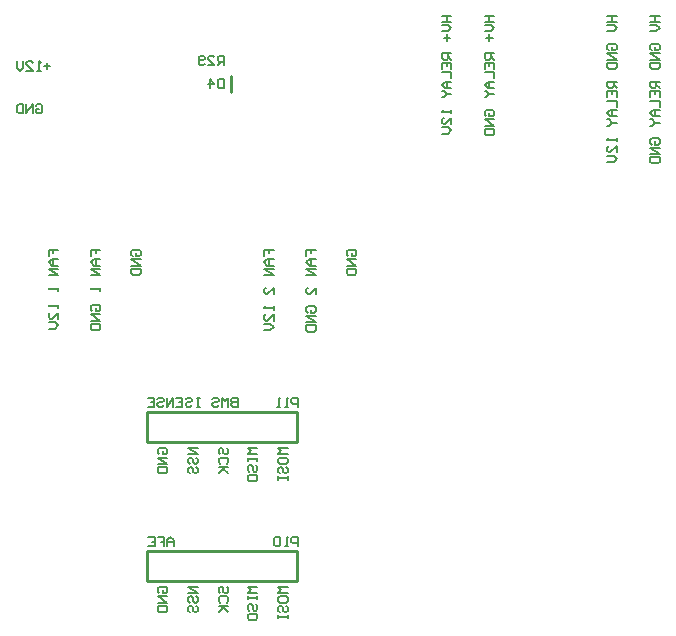
<source format=gbo>
G04*
G04 #@! TF.GenerationSoftware,Altium Limited,Altium Designer,18.1.6 (161)*
G04*
G04 Layer_Color=32896*
%FSLAX25Y25*%
%MOIN*%
G70*
G01*
G75*
%ADD13C,0.01000*%
%ADD15C,0.00591*%
D13*
X77559Y178347D02*
Y183858D01*
X49646Y15669D02*
X99646D01*
X49646D02*
Y25469D01*
X99646D01*
Y15669D02*
Y25469D01*
X49646Y61929D02*
X99646D01*
X49646D02*
Y71729D01*
X99646D01*
Y61929D02*
Y71729D01*
D15*
X88593Y123811D02*
Y125910D01*
X90167D01*
Y124860D01*
Y125910D01*
X91742D01*
Y122761D02*
X89643D01*
X88593Y121712D01*
X89643Y120662D01*
X91742D01*
X90167D01*
Y122761D01*
X91742Y119613D02*
X88593D01*
X91742Y117514D01*
X88593D01*
X91742Y111216D02*
Y113316D01*
X89643Y111216D01*
X89118D01*
X88593Y111741D01*
Y112791D01*
X89118Y113316D01*
X91742Y107018D02*
Y105969D01*
Y106494D01*
X88593D01*
X89118Y107018D01*
X91742Y102295D02*
Y104395D01*
X89643Y102295D01*
X89118D01*
X88593Y102820D01*
Y103870D01*
X89118Y104395D01*
X88593Y101246D02*
X90692D01*
X91742Y100196D01*
X90692Y99147D01*
X88593D01*
X102687Y123811D02*
Y125910D01*
X104261D01*
Y124860D01*
Y125910D01*
X105835D01*
Y122761D02*
X103736D01*
X102687Y121712D01*
X103736Y120662D01*
X105835D01*
X104261D01*
Y122761D01*
X105835Y119613D02*
X102687D01*
X105835Y117514D01*
X102687D01*
X105835Y111216D02*
Y113316D01*
X103736Y111216D01*
X103211D01*
X102687Y111741D01*
Y112791D01*
X103211Y113316D01*
Y104919D02*
X102687Y105444D01*
Y106494D01*
X103211Y107018D01*
X105311D01*
X105835Y106494D01*
Y105444D01*
X105311Y104919D01*
X104261D01*
Y105969D01*
X105835Y103870D02*
X102687D01*
X105835Y101771D01*
X102687D01*
Y100721D02*
X105835D01*
Y99147D01*
X105311Y98622D01*
X103211D01*
X102687Y99147D01*
Y100721D01*
X116662Y123811D02*
X116137Y124336D01*
Y125385D01*
X116662Y125910D01*
X118761D01*
X119286Y125385D01*
Y124336D01*
X118761Y123811D01*
X117711D01*
Y124860D01*
X119286Y122761D02*
X116137D01*
X119286Y120662D01*
X116137D01*
Y119613D02*
X119286D01*
Y118038D01*
X118761Y117514D01*
X116662D01*
X116137Y118038D01*
Y119613D01*
X44811Y123811D02*
X44287Y124336D01*
Y125385D01*
X44811Y125910D01*
X46911D01*
X47435Y125385D01*
Y124336D01*
X46911Y123811D01*
X45861D01*
Y124860D01*
X47435Y122761D02*
X44287D01*
X47435Y120662D01*
X44287D01*
Y119613D02*
X47435D01*
Y118038D01*
X46911Y117514D01*
X44811D01*
X44287Y118038D01*
Y119613D01*
X16743Y123811D02*
Y125910D01*
X18317D01*
Y124860D01*
Y125910D01*
X19891D01*
Y122761D02*
X17792D01*
X16743Y121712D01*
X17792Y120662D01*
X19891D01*
X18317D01*
Y122761D01*
X19891Y119613D02*
X16743D01*
X19891Y117514D01*
X16743D01*
X19891Y113316D02*
Y112266D01*
Y112791D01*
X16743D01*
X17267Y113316D01*
X19891Y107543D02*
Y106494D01*
Y107018D01*
X16743D01*
X17267Y107543D01*
X19891Y102820D02*
Y104919D01*
X17792Y102820D01*
X17267D01*
X16743Y103345D01*
Y104395D01*
X17267Y104919D01*
X16743Y101771D02*
X18842D01*
X19891Y100721D01*
X18842Y99672D01*
X16743D01*
X30836Y123811D02*
Y125910D01*
X32411D01*
Y124860D01*
Y125910D01*
X33985D01*
Y122761D02*
X31886D01*
X30836Y121712D01*
X31886Y120662D01*
X33985D01*
X32411D01*
Y122761D01*
X33985Y119613D02*
X30836D01*
X33985Y117514D01*
X30836D01*
X33985Y113316D02*
Y112266D01*
Y112791D01*
X30836D01*
X31361Y113316D01*
Y105444D02*
X30836Y105969D01*
Y107018D01*
X31361Y107543D01*
X33460D01*
X33985Y107018D01*
Y105969D01*
X33460Y105444D01*
X32411D01*
Y106494D01*
X33985Y104395D02*
X30836D01*
X33985Y102295D01*
X30836D01*
Y101246D02*
X33985D01*
Y99672D01*
X33460Y99147D01*
X31361D01*
X30836Y99672D01*
Y101246D01*
X17229Y187191D02*
X15130D01*
X16179Y188240D02*
Y186141D01*
X14080Y185616D02*
X13031D01*
X13556D01*
Y188765D01*
X14080Y188240D01*
X9358Y185616D02*
X11457D01*
X9358Y187715D01*
Y188240D01*
X9882Y188765D01*
X10932D01*
X11457Y188240D01*
X8308Y188765D02*
Y186666D01*
X7258Y185616D01*
X6209Y186666D01*
Y188765D01*
X12506Y173988D02*
X13031Y174513D01*
X14080D01*
X14605Y173988D01*
Y171889D01*
X14080Y171365D01*
X13031D01*
X12506Y171889D01*
Y172939D01*
X13556D01*
X11457Y171365D02*
Y174513D01*
X9358Y171365D01*
Y174513D01*
X8308D02*
Y171365D01*
X6734D01*
X6209Y171889D01*
Y173988D01*
X6734Y174513D01*
X8308D01*
X202989Y204007D02*
X206138D01*
X204564D01*
Y201907D01*
X202989D01*
X206138D01*
X202989Y200858D02*
X205088D01*
X206138Y199808D01*
X205088Y198759D01*
X202989D01*
X203514Y192462D02*
X202989Y192986D01*
Y194036D01*
X203514Y194561D01*
X205613D01*
X206138Y194036D01*
Y192986D01*
X205613Y192462D01*
X204564D01*
Y193511D01*
X206138Y191412D02*
X202989D01*
X206138Y189313D01*
X202989D01*
Y188264D02*
X206138D01*
Y186689D01*
X205613Y186164D01*
X203514D01*
X202989Y186689D01*
Y188264D01*
X206138Y181966D02*
X202989D01*
Y180392D01*
X203514Y179867D01*
X204564D01*
X205088Y180392D01*
Y181966D01*
Y180917D02*
X206138Y179867D01*
X202989Y176719D02*
Y178818D01*
X206138D01*
Y176719D01*
X204564Y178818D02*
Y177768D01*
X202989Y175669D02*
X206138D01*
Y173570D01*
Y172521D02*
X204039D01*
X202989Y171471D01*
X204039Y170422D01*
X206138D01*
X204564D01*
Y172521D01*
X202989Y169372D02*
X203514D01*
X204564Y168323D01*
X203514Y167273D01*
X202989D01*
X204564Y168323D02*
X206138D01*
Y163075D02*
Y162025D01*
Y162550D01*
X202989D01*
X203514Y163075D01*
X206138Y158352D02*
Y160451D01*
X204039Y158352D01*
X203514D01*
X202989Y158877D01*
Y159926D01*
X203514Y160451D01*
X202989Y157302D02*
X205088D01*
X206138Y156253D01*
X205088Y155203D01*
X202989D01*
X217241Y204007D02*
X220390D01*
X218815D01*
Y201907D01*
X217241D01*
X220390D01*
X217241Y200858D02*
X219340D01*
X220390Y199808D01*
X219340Y198759D01*
X217241D01*
X217766Y192462D02*
X217241Y192986D01*
Y194036D01*
X217766Y194561D01*
X219865D01*
X220390Y194036D01*
Y192986D01*
X219865Y192462D01*
X218815D01*
Y193511D01*
X220390Y191412D02*
X217241D01*
X220390Y189313D01*
X217241D01*
Y188264D02*
X220390D01*
Y186689D01*
X219865Y186164D01*
X217766D01*
X217241Y186689D01*
Y188264D01*
X220390Y181966D02*
X217241D01*
Y180392D01*
X217766Y179867D01*
X218815D01*
X219340Y180392D01*
Y181966D01*
Y180917D02*
X220390Y179867D01*
X217241Y176719D02*
Y178818D01*
X220390D01*
Y176719D01*
X218815Y178818D02*
Y177768D01*
X217241Y175669D02*
X220390D01*
Y173570D01*
Y172521D02*
X218290D01*
X217241Y171471D01*
X218290Y170422D01*
X220390D01*
X218815D01*
Y172521D01*
X217241Y169372D02*
X217766D01*
X218815Y168323D01*
X217766Y167273D01*
X217241D01*
X218815Y168323D02*
X220390D01*
X217766Y160976D02*
X217241Y161501D01*
Y162550D01*
X217766Y163075D01*
X219865D01*
X220390Y162550D01*
Y161501D01*
X219865Y160976D01*
X218815D01*
Y162025D01*
X220390Y159926D02*
X217241D01*
X220390Y157827D01*
X217241D01*
Y156778D02*
X220390D01*
Y155203D01*
X219865Y154679D01*
X217766D01*
X217241Y155203D01*
Y156778D01*
X162123Y204007D02*
X165271D01*
X163697D01*
Y201907D01*
X162123D01*
X165271D01*
X162123Y200858D02*
X164222D01*
X165271Y199808D01*
X164222Y198759D01*
X162123D01*
X163697Y197709D02*
Y195610D01*
X162647Y196660D02*
X164747D01*
X165271Y191412D02*
X162123D01*
Y189838D01*
X162647Y189313D01*
X163697D01*
X164222Y189838D01*
Y191412D01*
Y190363D02*
X165271Y189313D01*
X162123Y186164D02*
Y188264D01*
X165271D01*
Y186164D01*
X163697Y188264D02*
Y187214D01*
X162123Y185115D02*
X165271D01*
Y183016D01*
Y181966D02*
X163172D01*
X162123Y180917D01*
X163172Y179867D01*
X165271D01*
X163697D01*
Y181966D01*
X162123Y178818D02*
X162647D01*
X163697Y177768D01*
X162647Y176719D01*
X162123D01*
X163697Y177768D02*
X165271D01*
X162647Y170422D02*
X162123Y170946D01*
Y171996D01*
X162647Y172521D01*
X164747D01*
X165271Y171996D01*
Y170946D01*
X164747Y170422D01*
X163697D01*
Y171471D01*
X165271Y169372D02*
X162123D01*
X165271Y167273D01*
X162123D01*
Y166223D02*
X165271D01*
Y164649D01*
X164747Y164124D01*
X162647D01*
X162123Y164649D01*
Y166223D01*
X147871Y204007D02*
X151020D01*
X149445D01*
Y201907D01*
X147871D01*
X151020D01*
X147871Y200858D02*
X149970D01*
X151020Y199808D01*
X149970Y198759D01*
X147871D01*
X149445Y197709D02*
Y195610D01*
X148396Y196660D02*
X150495D01*
X151020Y191412D02*
X147871D01*
Y189838D01*
X148396Y189313D01*
X149445D01*
X149970Y189838D01*
Y191412D01*
Y190363D02*
X151020Y189313D01*
X147871Y186164D02*
Y188264D01*
X151020D01*
Y186164D01*
X149445Y188264D02*
Y187214D01*
X147871Y185115D02*
X151020D01*
Y183016D01*
Y181966D02*
X148921D01*
X147871Y180917D01*
X148921Y179867D01*
X151020D01*
X149445D01*
Y181966D01*
X147871Y178818D02*
X148396D01*
X149445Y177768D01*
X148396Y176719D01*
X147871D01*
X149445Y177768D02*
X151020D01*
Y172521D02*
Y171471D01*
Y171996D01*
X147871D01*
X148396Y172521D01*
X151020Y167798D02*
Y169897D01*
X148921Y167798D01*
X148396D01*
X147871Y168323D01*
Y169372D01*
X148396Y169897D01*
X147871Y166748D02*
X149970D01*
X151020Y165699D01*
X149970Y164649D01*
X147871D01*
X79724Y76648D02*
Y73499D01*
X78150D01*
X77625Y74024D01*
Y74549D01*
X78150Y75073D01*
X79724D01*
X78150D01*
X77625Y75598D01*
Y76123D01*
X78150Y76648D01*
X79724D01*
X76576Y73499D02*
Y76648D01*
X75526Y75598D01*
X74477Y76648D01*
Y73499D01*
X71328Y76123D02*
X71853Y76648D01*
X72903D01*
X73427Y76123D01*
Y75598D01*
X72903Y75073D01*
X71853D01*
X71328Y74549D01*
Y74024D01*
X71853Y73499D01*
X72903D01*
X73427Y74024D01*
X67130Y76648D02*
X66080D01*
X66605D01*
Y73499D01*
X67130D01*
X66080D01*
X62407Y76123D02*
X62932Y76648D01*
X63981D01*
X64506Y76123D01*
Y75598D01*
X63981Y75073D01*
X62932D01*
X62407Y74549D01*
Y74024D01*
X62932Y73499D01*
X63981D01*
X64506Y74024D01*
X59259Y76648D02*
X61358D01*
Y73499D01*
X59259D01*
X61358Y75073D02*
X60308D01*
X58209Y73499D02*
Y76648D01*
X56110Y73499D01*
Y76648D01*
X52961Y76123D02*
X53486Y76648D01*
X54536D01*
X55060Y76123D01*
Y75598D01*
X54536Y75073D01*
X53486D01*
X52961Y74549D01*
Y74024D01*
X53486Y73499D01*
X54536D01*
X55060Y74024D01*
X49813Y76648D02*
X51912D01*
Y73499D01*
X49813D01*
X51912Y75073D02*
X50862D01*
X58397Y27095D02*
Y29194D01*
X57348Y30243D01*
X56298Y29194D01*
Y27095D01*
Y28669D01*
X58397D01*
X53149Y30243D02*
X55249D01*
Y28669D01*
X54199D01*
X55249D01*
Y27095D01*
X50001Y30243D02*
X52100D01*
Y27095D01*
X50001D01*
X52100Y28669D02*
X51050D01*
X96457Y13545D02*
X93308D01*
X94358Y12496D01*
X93308Y11446D01*
X96457D01*
X93308Y8822D02*
Y9872D01*
X93833Y10397D01*
X95932D01*
X96457Y9872D01*
Y8822D01*
X95932Y8298D01*
X93833D01*
X93308Y8822D01*
X93833Y5149D02*
X93308Y5674D01*
Y6723D01*
X93833Y7248D01*
X94358D01*
X94882Y6723D01*
Y5674D01*
X95407Y5149D01*
X95932D01*
X96457Y5674D01*
Y6723D01*
X95932Y7248D01*
X93308Y4100D02*
Y3050D01*
Y3575D01*
X96457D01*
Y4100D01*
Y3050D01*
X86309Y13545D02*
X83161D01*
X84210Y12496D01*
X83161Y11446D01*
X86309D01*
X83161Y10397D02*
Y9347D01*
Y9872D01*
X86309D01*
Y10397D01*
Y9347D01*
X83686Y5674D02*
X83161Y6199D01*
Y7248D01*
X83686Y7773D01*
X84210D01*
X84735Y7248D01*
Y6199D01*
X85260Y5674D01*
X85785D01*
X86309Y6199D01*
Y7248D01*
X85785Y7773D01*
X83161Y3050D02*
Y4099D01*
X83686Y4624D01*
X85785D01*
X86309Y4099D01*
Y3050D01*
X85785Y2525D01*
X83686D01*
X83161Y3050D01*
X73990Y11446D02*
X73466Y11971D01*
Y13020D01*
X73990Y13545D01*
X74515D01*
X75040Y13020D01*
Y11971D01*
X75565Y11446D01*
X76089D01*
X76614Y11971D01*
Y13020D01*
X76089Y13545D01*
X73990Y8298D02*
X73466Y8822D01*
Y9872D01*
X73990Y10397D01*
X76089D01*
X76614Y9872D01*
Y8822D01*
X76089Y8298D01*
X73466Y7248D02*
X76614D01*
X75565D01*
X73466Y5149D01*
X75040Y6723D01*
X76614Y5149D01*
X66461Y13545D02*
X63313D01*
X66461Y11446D01*
X63313D01*
X63837Y8298D02*
X63313Y8822D01*
Y9872D01*
X63837Y10397D01*
X64362D01*
X64887Y9872D01*
Y8822D01*
X65412Y8298D01*
X65936D01*
X66461Y8822D01*
Y9872D01*
X65936Y10397D01*
X63837Y5149D02*
X63313Y5674D01*
Y6723D01*
X63837Y7248D01*
X64362D01*
X64887Y6723D01*
Y5674D01*
X65412Y5149D01*
X65936D01*
X66461Y5674D01*
Y6723D01*
X65936Y7248D01*
X53675Y11446D02*
X53151Y11971D01*
Y13021D01*
X53675Y13545D01*
X55774D01*
X56299Y13021D01*
Y11971D01*
X55774Y11446D01*
X54725D01*
Y12496D01*
X56299Y10397D02*
X53151D01*
X56299Y8298D01*
X53151D01*
Y7248D02*
X56299D01*
Y5674D01*
X55774Y5149D01*
X53675D01*
X53151Y5674D01*
Y7248D01*
X53675Y57706D02*
X53151Y58231D01*
Y59280D01*
X53675Y59805D01*
X55774D01*
X56299Y59280D01*
Y58231D01*
X55774Y57706D01*
X54725D01*
Y58755D01*
X56299Y56656D02*
X53151D01*
X56299Y54557D01*
X53151D01*
Y53508D02*
X56299D01*
Y51934D01*
X55774Y51409D01*
X53675D01*
X53151Y51934D01*
Y53508D01*
X66461Y59805D02*
X63313D01*
X66461Y57706D01*
X63313D01*
X63837Y54557D02*
X63313Y55082D01*
Y56132D01*
X63837Y56656D01*
X64362D01*
X64887Y56132D01*
Y55082D01*
X65412Y54557D01*
X65936D01*
X66461Y55082D01*
Y56132D01*
X65936Y56656D01*
X63837Y51409D02*
X63313Y51934D01*
Y52983D01*
X63837Y53508D01*
X64362D01*
X64887Y52983D01*
Y51934D01*
X65412Y51409D01*
X65936D01*
X66461Y51934D01*
Y52983D01*
X65936Y53508D01*
X73990Y57706D02*
X73466Y58231D01*
Y59280D01*
X73990Y59805D01*
X74515D01*
X75040Y59280D01*
Y58231D01*
X75565Y57706D01*
X76089D01*
X76614Y58231D01*
Y59280D01*
X76089Y59805D01*
X73990Y54557D02*
X73466Y55082D01*
Y56132D01*
X73990Y56656D01*
X76089D01*
X76614Y56132D01*
Y55082D01*
X76089Y54557D01*
X73466Y53508D02*
X76614D01*
X75565D01*
X73466Y51409D01*
X75040Y52983D01*
X76614Y51409D01*
X86309Y59805D02*
X83161D01*
X84210Y58755D01*
X83161Y57706D01*
X86309D01*
X83161Y56656D02*
Y55607D01*
Y56132D01*
X86309D01*
Y56656D01*
Y55607D01*
X83686Y51934D02*
X83161Y52458D01*
Y53508D01*
X83686Y54033D01*
X84210D01*
X84735Y53508D01*
Y52458D01*
X85260Y51934D01*
X85785D01*
X86309Y52458D01*
Y53508D01*
X85785Y54033D01*
X83161Y49310D02*
Y50359D01*
X83686Y50884D01*
X85785D01*
X86309Y50359D01*
Y49310D01*
X85785Y48785D01*
X83686D01*
X83161Y49310D01*
X96457Y59805D02*
X93308D01*
X94358Y58755D01*
X93308Y57706D01*
X96457D01*
X93308Y55082D02*
Y56132D01*
X93833Y56656D01*
X95932D01*
X96457Y56132D01*
Y55082D01*
X95932Y54557D01*
X93833D01*
X93308Y55082D01*
X93833Y51409D02*
X93308Y51934D01*
Y52983D01*
X93833Y53508D01*
X94358D01*
X94882Y52983D01*
Y51934D01*
X95407Y51409D01*
X95932D01*
X96457Y51934D01*
Y52983D01*
X95932Y53508D01*
X93308Y50359D02*
Y49310D01*
Y49834D01*
X96457D01*
Y50359D01*
Y49310D01*
X99788Y73499D02*
Y76648D01*
X98214D01*
X97689Y76123D01*
Y75073D01*
X98214Y74549D01*
X99788D01*
X96640Y73499D02*
X95590D01*
X96115D01*
Y76648D01*
X96640Y76123D01*
X94016Y73499D02*
X92966D01*
X93491D01*
Y76648D01*
X94016Y76123D01*
X99788Y27095D02*
Y30243D01*
X98214D01*
X97689Y29718D01*
Y28669D01*
X98214Y28144D01*
X99788D01*
X96640Y27095D02*
X95590D01*
X96115D01*
Y30243D01*
X96640Y29718D01*
X94016D02*
X93491Y30243D01*
X92441D01*
X91917Y29718D01*
Y27619D01*
X92441Y27095D01*
X93491D01*
X94016Y27619D01*
Y29718D01*
X75182Y187478D02*
Y190627D01*
X73608D01*
X73083Y190102D01*
Y189052D01*
X73608Y188527D01*
X75182D01*
X74132D02*
X73083Y187478D01*
X69934D02*
X72033D01*
X69934Y189577D01*
Y190102D01*
X70459Y190627D01*
X71509D01*
X72033Y190102D01*
X68885Y188003D02*
X68360Y187478D01*
X67310D01*
X66786Y188003D01*
Y190102D01*
X67310Y190627D01*
X68360D01*
X68885Y190102D01*
Y189577D01*
X68360Y189052D01*
X66786D01*
X75182Y182879D02*
Y179730D01*
X73608D01*
X73083Y180255D01*
Y182354D01*
X73608Y182879D01*
X75182D01*
X70459Y179730D02*
Y182879D01*
X72033Y181304D01*
X69934D01*
M02*

</source>
